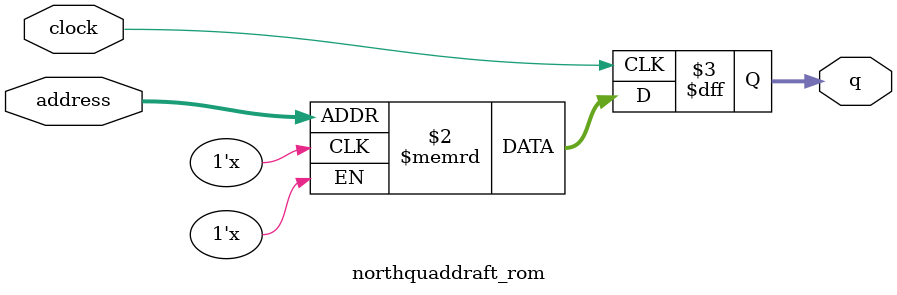
<source format=sv>
module northquaddraft_rom (
	input logic clock,
	input logic [17:0] address,
	output logic [3:0] q
);

logic [3:0] memory [0:153599] /* synthesis ram_init_file = "./northquaddraft/northquaddraft.mif" */;

always_ff @ (posedge clock) begin
	q <= memory[address];
end

endmodule

</source>
